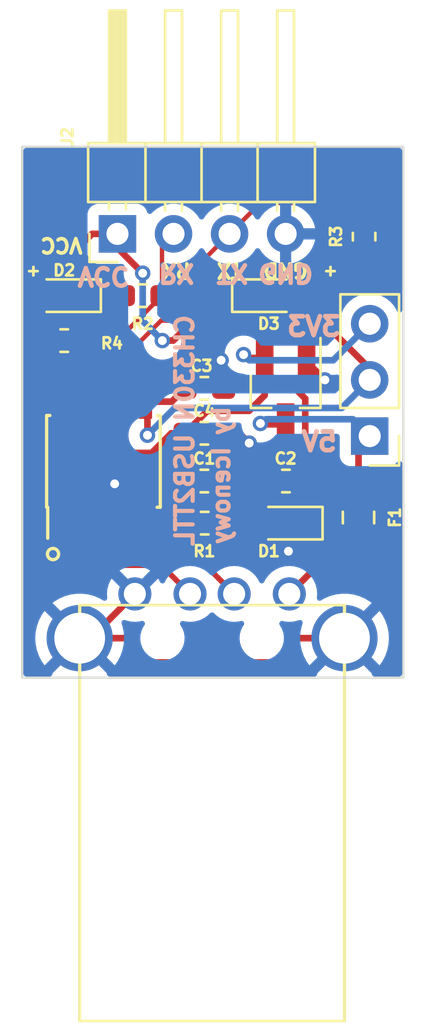
<source format=kicad_pcb>
(kicad_pcb (version 20221018) (generator pcbnew)
  (layers (0 "F.Cu" signal) (31 "B.Cu" signal) (34 "B.Paste" user) (35 "F.Paste" user) (36 "B.SilkS" user "B.Silkscreen") (37 "F.SilkS" user "F.Silkscreen") (38 "B.Mask" user) (39 "F.Mask" user) (44 "Edge.Cuts" user))
  (net 0 "")
  (net 1 "VBUS")
  (net 2 "GND")
  (net 3 "+3V3")
  (net 4 "VCC")
  (net 5 "/D+")
  (net 6 "/D-")
  (net 7 "Net-(D1-Pad2)")
  (net 8 "Net-(U1-Pad4)")
  (net 9 "Net-(D2-Pad1)")
  (net 10 "Net-(D3-Pad1)")
  (net 11 "Net-(F1-Pad2)")
  (net 12 "/RX")
  (net 13 "/TX")
  (footprint "Resistor_SMD:R_0805_2012Metric_Pad1.15x1.40mm_HandSolder" (layer "F.Cu") (at 152.654 92.71 -90)
    (fp_text reference "F1" (at 0 -1.65 270) (layer "F.SilkS") (effects (font (size 0.5 0.5) (thickness 0.125))))
    (fp_text value ">5.2V 100mA")
    (fp_line (start -0.261252 -0.71) (end 0.261252 -0.71) (stroke (width 0.12)) (layer "F.SilkS"))
    (fp_line (start -0.261252 0.71) (end 0.261252 0.71) (stroke (width 0.12)) (layer "F.SilkS"))
    (pad "1" smd roundrect (at -1.025 0 270) (size 1.15 1.4) (layers "F.Cu" "F.Paste" "F.Mask") (roundrect_rratio 0.217391) (net 1 "VBUS"))
    (pad "2" smd roundrect (at 1.025 0 270) (size 1.15 1.4) (layers "F.Cu" "F.Paste" "F.Mask") (roundrect_rratio 0.217391) (net 11 "Net-(F1-Pad2)"))
  )
  (footprint "Resistor_SMD:R_0603_1608Metric_Pad1.05x0.95mm_HandSolder" (layer "F.Cu") (at 139.319 84.709)
    (fp_text reference "R4" (at 2.159 0.127) (layer "F.SilkS") (effects (font (size 0.5 0.5) (thickness 0.125))))
    (fp_text value "4.7kR")
    (fp_line (start -0.171267 -0.51) (end 0.171267 -0.51) (stroke (width 0.12)) (layer "F.SilkS"))
    (fp_line (start -0.171267 0.51) (end 0.171267 0.51) (stroke (width 0.12)) (layer "F.SilkS"))
    (pad "1" smd roundrect (at -0.875 0) (size 1.05 0.95) (layers "F.Cu" "F.Paste" "F.Mask") (net 4 "VCC"))
    (pad "2" smd roundrect (at 0.875 0) (size 1.05 0.95) (layers "F.Cu" "F.Paste" "F.Mask") (net 12 "/RX"))
  )
  (footprint "Resistor_SMD:R_0603_1608Metric_Pad1.05x0.95mm_HandSolder" (layer "F.Cu") (at 152.908 80.01 90)
    (fp_text reference "R3" (at 0 -1.27 90) (layer "F.SilkS") (effects (font (size 0.5 0.5) (thickness 0.125))))
    (fp_text value "1.5kR")
    (fp_line (start -0.171267 -0.51) (end 0.171267 -0.51) (stroke (width 0.12)) (layer "F.SilkS"))
    (fp_line (start -0.171267 0.51) (end 0.171267 0.51) (stroke (width 0.12)) (layer "F.SilkS"))
    (pad "1" smd roundrect (at -0.875 0 90) (size 1.05 0.95) (layers "F.Cu" "F.Paste" "F.Mask") (net 10 "Net-(D3-Pad1)"))
    (pad "2" smd roundrect (at 0.875 0 90) (size 1.05 0.95) (layers "F.Cu" "F.Paste" "F.Mask") (net 13 "/TX"))
  )
  (footprint "Resistor_SMD:R_0603_1608Metric_Pad1.05x0.95mm_HandSolder" (layer "F.Cu") (at 142.875 82.677 180)
    (fp_text reference "R2" (at 0 -1.27 180) (layer "F.SilkS") (effects (font (size 0.5 0.5) (thickness 0.125))))
    (fp_text value "1.5kR")
    (fp_line (start -0.171267 -0.51) (end 0.171267 -0.51) (stroke (width 0.12)) (layer "F.SilkS"))
    (fp_line (start -0.171267 0.51) (end 0.171267 0.51) (stroke (width 0.12)) (layer "F.SilkS"))
    (pad "1" smd roundrect (at -0.875 0 180) (size 1.05 0.95) (layers "F.Cu" "F.Paste" "F.Mask") (net 12 "/RX"))
    (pad "2" smd roundrect (at 0.875 0 180) (size 1.05 0.95) (layers "F.Cu" "F.Paste" "F.Mask") (net 9 "Net-(D2-Pad1)"))
  )
  (footprint "Resistor_SMD:R_0603_1608Metric_Pad1.05x0.95mm_HandSolder" (layer "F.Cu") (at 145.683 92.964 180)
    (fp_text reference "R1" (at 0.014 -1.27 180) (layer "F.SilkS") (effects (font (size 0.5 0.5) (thickness 0.125))))
    (fp_text value "1.5kR")
    (fp_line (start -0.171267 -0.51) (end 0.171267 -0.51) (stroke (width 0.12)) (layer "F.SilkS"))
    (fp_line (start -0.171267 0.51) (end 0.171267 0.51) (stroke (width 0.12)) (layer "F.SilkS"))
    (pad "1" smd roundrect (at -0.875 0 180) (size 1.05 0.95) (layers "F.Cu" "F.Paste" "F.Mask") (net 7 "Net-(D1-Pad2)"))
    (pad "2" smd roundrect (at 0.875 0 180) (size 1.05 0.95) (layers "F.Cu" "F.Paste" "F.Mask") (net 3 "+3V3"))
  )
  (footprint "Package_TO_SOT_SMD:SOT-23_Handsoldering" (layer "F.Cu") (at 149.352 86.995 -90)
    (fp_text reference "U2" hide)
    (fp_text value "XC6206P33")
    (fp_line (start 0.76 -1.58) (end -2.4 -1.58) (stroke (width 0.12)) (layer "F.SilkS"))
    (fp_line (start 0.76 -1.58) (end 0.76 -0.65) (stroke (width 0.12)) (layer "F.SilkS"))
    (fp_line (start 0.76 1.58) (end -0.7 1.58) (stroke (width 0.12)) (layer "F.SilkS"))
    (fp_line (start 0.76 1.58) (end 0.76 0.65) (stroke (width 0.12)) (layer "F.SilkS"))
    (pad "1" smd rect (at -1.5 -0.95 270) (size 1.9 0.8) (layers "F.Cu" "F.Paste" "F.Mask") (net 2 "GND"))
    (pad "2" smd rect (at -1.5 0.95 270) (size 1.9 0.8) (layers "F.Cu" "F.Paste" "F.Mask") (net 3 "+3V3"))
    (pad "3" smd rect (at 1.5 0 270) (size 1.9 0.8) (layers "F.Cu" "F.Paste" "F.Mask") (net 1 "VBUS"))
  )
  (footprint "Package_SO:SOIC-8_3.9x4.9mm_P1.27mm" (layer "F.Cu") (at 141.097 90.17 90)
    (fp_text reference "U1" hide)
    (fp_text value "CH330N")
    (fp_line (start -2.075 -2.575) (end -2.075 -2.525) (stroke (width 0.15)) (layer "F.SilkS"))
    (fp_line (start -2.075 -2.575) (end 2.075 -2.575) (stroke (width 0.15)) (layer "F.SilkS"))
    (fp_line (start -2.075 -2.525) (end -3.475 -2.525) (stroke (width 0.15)) (layer "F.SilkS"))
    (fp_line (start -2.075 2.575) (end -2.075 2.43) (stroke (width 0.15)) (layer "F.SilkS"))
    (fp_line (start -2.075 2.575) (end 2.075 2.575) (stroke (width 0.15)) (layer "F.SilkS"))
    (fp_line (start 2.075 -2.575) (end 2.075 -2.43) (stroke (width 0.15)) (layer "F.SilkS"))
    (fp_line (start 2.075 2.575) (end 2.075 2.43) (stroke (width 0.15)) (layer "F.SilkS"))
    (pad "1" smd rect (at -2.7 -1.905 90) (size 1.55 0.6) (layers "F.Cu" "F.Paste" "F.Mask") (net 5 "/D+"))
    (pad "2" smd rect (at -2.7 -0.635 90) (size 1.55 0.6) (layers "F.Cu" "F.Paste" "F.Mask") (net 6 "/D-"))
    (pad "3" smd rect (at -2.7 0.635 90) (size 1.55 0.6) (layers "F.Cu" "F.Paste" "F.Mask") (net 2 "GND"))
    (pad "4" smd rect (at -2.7 1.905 90) (size 1.55 0.6) (layers "F.Cu" "F.Paste" "F.Mask") (net 8 "Net-(U1-Pad4)"))
    (pad "5" smd rect (at 2.7 1.905 90) (size 1.55 0.6) (layers "F.Cu" "F.Paste" "F.Mask") (net 4 "VCC"))
    (pad "6" smd rect (at 2.7 0.635 90) (size 1.55 0.6) (layers "F.Cu" "F.Paste" "F.Mask") (net 13 "/TX"))
    (pad "7" smd rect (at 2.7 -0.635 90) (size 1.55 0.6) (layers "F.Cu" "F.Paste" "F.Mask") (net 12 "/RX"))
    (pad "8" smd rect (at 2.7 -1.905 90) (size 1.55 0.6) (layers "F.Cu" "F.Paste" "F.Mask") (net 3 "+3V3"))
  )
  (footprint "LED_SMD:LED_0603_1608Metric_Pad1.05x0.95mm_HandSolder" (layer "F.Cu") (at 139.319 82.677 180)
    (fp_text reference "D2" (at 0 1.143 180) (layer "F.SilkS") (effects (font (size 0.5 0.5) (thickness 0.125))))
    (fp_text value "YELLOW")
    (fp_line (start -1.66 -0.735) (end -1.66 0.735) (stroke (width 0.12)) (layer "F.SilkS"))
    (fp_line (start -1.66 0.735) (end 0.8 0.735) (stroke (width 0.12)) (layer "F.SilkS"))
    (fp_line (start 0.8 -0.735) (end -1.66 -0.735) (stroke (width 0.12)) (layer "F.SilkS"))
    (pad "1" smd roundrect (at -0.875 0 180) (size 1.05 0.95) (layers "F.Cu" "F.Paste" "F.Mask") (net 9 "Net-(D2-Pad1)"))
    (pad "2" smd roundrect (at 0.875 0 180) (size 1.05 0.95) (layers "F.Cu" "F.Paste" "F.Mask") (net 4 "VCC"))
  )
  (footprint "LED_SMD:LED_0603_1608Metric_Pad1.05x0.95mm_HandSolder" (layer "F.Cu") (at 149.366 92.964 180)
    (fp_text reference "D1" (at 0.776 -1.27 180) (layer "F.SilkS") (effects (font (size 0.5 0.5) (thickness 0.125))))
    (fp_text value "RED")
    (fp_line (start -1.66 -0.735) (end -1.66 0.735) (stroke (width 0.12)) (layer "F.SilkS"))
    (fp_line (start -1.66 0.735) (end 0.8 0.735) (stroke (width 0.12)) (layer "F.SilkS"))
    (fp_line (start 0.8 -0.735) (end -1.66 -0.735) (stroke (width 0.12)) (layer "F.SilkS"))
    (pad "1" smd roundrect (at -0.875 0 180) (size 1.05 0.95) (layers "F.Cu" "F.Paste" "F.Mask") (net 2 "GND"))
    (pad "2" smd roundrect (at 0.875 0 180) (size 1.05 0.95) (layers "F.Cu" "F.Paste" "F.Mask") (net 7 "Net-(D1-Pad2)"))
  )
  (footprint "Icenowy_Connectors:USB_A_Plug" (layer "F.Cu") (at 142.519001 96.164001)
    (fp_text reference "J1" hide)
    (fp_text value "USB_A")
    (fp_line (start -2.5 0.508) (end -2.5 19.308) (stroke (width 0.15)) (layer "F.SilkS"))
    (fp_line (start -2.5 0.508) (end 9.5 0.508) (stroke (width 0.12)) (layer "F.SilkS"))
    (fp_line (start -2.5 19.308) (end 9.5 19.308) (stroke (width 0.12)) (layer "F.SilkS"))
    (fp_line (start 9.5 0.508) (end 9.5 19.308) (stroke (width 0.15)) (layer "F.SilkS"))
    (pad "" np_thru_hole circle (at 1.25 2 270) (size 1.5 1.5) (drill 1.5) (layers "*.Cu" "*.Mask"))
    (pad "" np_thru_hole circle (at 5.75 2 270) (size 1.5 1.5) (drill 1.5) (layers "*.Cu" "*.Mask"))
    (pad "1" thru_hole circle (at 7 0 270) (size 1.5 1.5) (drill 1) (layers "*.Cu" "*.Mask") (net 11 "Net-(F1-Pad2)"))
    (pad "2" thru_hole circle (at 4.5 0 270) (size 1.5 1.5) (drill 1) (layers "*.Cu" "*.Mask") (net 6 "/D-"))
    (pad "3" thru_hole circle (at 2.5 0 270) (size 1.5 1.5) (drill 1) (layers "*.Cu" "*.Mask") (net 5 "/D+"))
    (pad "4" thru_hole circle (at 0 0 270) (size 1.5 1.5) (drill 1) (layers "*.Cu" "*.Mask") (net 2 "GND"))
    (pad "5" thru_hole circle (at -2.5 2 270) (size 3 3) (drill 2.3) (layers "*.Cu" "*.Mask") (net 2 "GND"))
    (pad "5" thru_hole circle (at 9.5 2 270) (size 3 3) (drill 2.3) (layers "*.Cu" "*.Mask") (net 2 "GND"))
  )
  (footprint "Connector_PinHeader_2.54mm:PinHeader_1x04_P2.54mm_Horizontal" (layer "F.Cu") (at 141.732 79.883 90)
    (fp_text reference "J2" (at 4.385 -2.27 90) (layer "F.SilkS") (effects (font (size 0.5 0.5) (thickness 0.125))))
    (fp_text value "UART")
    (fp_line (start -1.27 -1.27) (end 0 -1.27) (stroke (width 0.12)) (layer "F.SilkS"))
    (fp_line (start -1.27 0) (end -1.27 -1.27) (stroke (width 0.12)) (layer "F.SilkS"))
    (fp_line (start 1.042929 2.16) (end 1.44 2.16) (stroke (width 0.12)) (layer "F.SilkS"))
    (fp_line (start 1.042929 2.92) (end 1.44 2.92) (stroke (width 0.12)) (layer "F.SilkS"))
    (fp_line (start 1.042929 4.7) (end 1.44 4.7) (stroke (width 0.12)) (layer "F.SilkS"))
    (fp_line (start 1.042929 5.46) (end 1.44 5.46) (stroke (width 0.12)) (layer "F.SilkS"))
    (fp_line (start 1.042929 7.24) (end 1.44 7.24) (stroke (width 0.12)) (layer "F.SilkS"))
    (fp_line (start 1.042929 8) (end 1.44 8) (stroke (width 0.12)) (layer "F.SilkS"))
    (fp_line (start 1.11 -0.38) (end 1.44 -0.38) (stroke (width 0.12)) (layer "F.SilkS"))
    (fp_line (start 1.11 0.38) (end 1.44 0.38) (stroke (width 0.12)) (layer "F.SilkS"))
    (fp_line (start 1.44 -1.33) (end 1.44 8.95) (stroke (width 0.12)) (layer "F.SilkS"))
    (fp_line (start 1.44 1.27) (end 4.1 1.27) (stroke (width 0.12)) (layer "F.SilkS"))
    (fp_line (start 1.44 3.81) (end 4.1 3.81) (stroke (width 0.12)) (layer "F.SilkS"))
    (fp_line (start 1.44 6.35) (end 4.1 6.35) (stroke (width 0.12)) (layer "F.SilkS"))
    (fp_line (start 1.44 8.95) (end 4.1 8.95) (stroke (width 0.12)) (layer "F.SilkS"))
    (fp_line (start 4.1 -1.33) (end 1.44 -1.33) (stroke (width 0.12)) (layer "F.SilkS"))
    (fp_line (start 4.1 -0.38) (end 10.1 -0.38) (stroke (width 0.12)) (layer "F.SilkS"))
    (fp_line (start 4.1 -0.32) (end 10.1 -0.32) (stroke (width 0.12)) (layer "F.SilkS"))
    (fp_line (start 4.1 -0.2) (end 10.1 -0.2) (stroke (width 0.12)) (layer "F.SilkS"))
    (fp_line (start 4.1 -0.08) (end 10.1 -0.08) (stroke (width 0.12)) (layer "F.SilkS"))
    (fp_line (start 4.1 0.04) (end 10.1 0.04) (stroke (width 0.12)) (layer "F.SilkS"))
    (fp_line (start 4.1 0.16) (end 10.1 0.16) (stroke (width 0.12)) (layer "F.SilkS"))
    (fp_line (start 4.1 0.28) (end 10.1 0.28) (stroke (width 0.12)) (layer "F.SilkS"))
    (fp_line (start 4.1 2.16) (end 10.1 2.16) (stroke (width 0.12)) (layer "F.SilkS"))
    (fp_line (start 4.1 4.7) (end 10.1 4.7) (stroke (width 0.12)) (layer "F.SilkS"))
    (fp_line (start 4.1 7.24) (end 10.1 7.24) (stroke (width 0.12)) (layer "F.SilkS"))
    (fp_line (start 4.1 8.95) (end 4.1 -1.33) (stroke (width 0.12)) (layer "F.SilkS"))
    (fp_line (start 10.1 -0.38) (end 10.1 0.38) (stroke (width 0.12)) (layer "F.SilkS"))
    (fp_line (start 10.1 0.38) (end 4.1 0.38) (stroke (width 0.12)) (layer "F.SilkS"))
    (fp_line (start 10.1 2.16) (end 10.1 2.92) (stroke (width 0.12)) (layer "F.SilkS"))
    (fp_line (start 10.1 2.92) (end 4.1 2.92) (stroke (width 0.12)) (layer "F.SilkS"))
    (fp_line (start 10.1 4.7) (end 10.1 5.46) (stroke (width 0.12)) (layer "F.SilkS"))
    (fp_line (start 10.1 5.46) (end 4.1 5.46) (stroke (width 0.12)) (layer "F.SilkS"))
    (fp_line (start 10.1 7.24) (end 10.1 8) (stroke (width 0.12)) (layer "F.SilkS"))
    (fp_line (start 10.1 8) (end 4.1 8) (stroke (width 0.12)) (layer "F.SilkS"))
    (pad "1" thru_hole rect (at 0 0 90) (size 1.7 1.7) (drill 1) (layers "*.Cu" "*.Mask") (net 4 "VCC"))
    (pad "2" thru_hole oval (at 0 2.54 90) (size 1.7 1.7) (drill 1) (layers "*.Cu" "*.Mask") (net 12 "/RX"))
    (pad "3" thru_hole oval (at 0 5.08 90) (size 1.7 1.7) (drill 1) (layers "*.Cu" "*.Mask") (net 13 "/TX"))
    (pad "4" thru_hole oval (at 0 7.62 90) (size 1.7 1.7) (drill 1) (layers "*.Cu" "*.Mask") (net 2 "GND"))
  )
  (footprint "Connector_PinHeader_2.54mm:PinHeader_1x03_P2.54mm_Vertical" (layer "F.Cu") (at 153.162 89.027 180)
    (fp_text reference "J3" hide)
    (fp_text value "VOL SEL")
    (fp_line (start -1.33 -1.33) (end 0 -1.33) (stroke (width 0.12)) (layer "F.SilkS"))
    (fp_line (start -1.33 0) (end -1.33 -1.33) (stroke (width 0.12)) (layer "F.SilkS"))
    (fp_line (start -1.33 1.27) (end -1.33 6.41) (stroke (width 0.12)) (layer "F.SilkS"))
    (fp_line (start -1.33 1.27) (end 1.33 1.27) (stroke (width 0.12)) (layer "F.SilkS"))
    (fp_line (start -1.33 6.41) (end 1.33 6.41) (stroke (width 0.12)) (layer "F.SilkS"))
    (fp_line (start 1.33 1.27) (end 1.33 6.41) (stroke (width 0.12)) (layer "F.SilkS"))
    (pad "1" thru_hole rect (at 0 0 180) (size 1.7 1.7) (drill 1) (layers "*.Cu" "*.Mask") (net 1 "VBUS"))
    (pad "2" thru_hole oval (at 0 2.54 180) (size 1.7 1.7) (drill 1) (layers "*.Cu" "*.Mask") (net 4 "VCC"))
    (pad "3" thru_hole oval (at 0 5.08 180) (size 1.7 1.7) (drill 1) (layers "*.Cu" "*.Mask") (net 3 "+3V3"))
  )
  (footprint "Capacitor_SMD:C_0603_1608Metric_Pad1.05x0.95mm_HandSolder" (layer "F.Cu") (at 145.669 91.059)
    (fp_text reference "C1" (at 0 -1.016) (layer "F.SilkS") (effects (font (size 0.5 0.5) (thickness 0.125))))
    (fp_text value "1uF")
    (fp_line (start -0.171267 -0.51) (end 0.171267 -0.51) (stroke (width 0.12)) (layer "F.SilkS"))
    (fp_line (start -0.171267 0.51) (end 0.171267 0.51) (stroke (width 0.12)) (layer "F.SilkS"))
    (pad "1" smd roundrect (at -0.875 0) (size 1.05 0.95) (layers "F.Cu" "F.Paste" "F.Mask") (net 1 "VBUS"))
    (pad "2" smd roundrect (at 0.875 0) (size 1.05 0.95) (layers "F.Cu" "F.Paste" "F.Mask") (net 2 "GND"))
  )
  (footprint "Capacitor_SMD:C_0603_1608Metric_Pad1.05x0.95mm_HandSolder" (layer "F.Cu") (at 145.669 88.9 180)
    (fp_text reference "C4" (at 0 1.016 180) (layer "F.SilkS") (effects (font (size 0.5 0.5) (thickness 0.125))))
    (fp_text value "0.1uF")
    (fp_line (start -0.171267 -0.51) (end 0.171267 -0.51) (stroke (width 0.12)) (layer "F.SilkS"))
    (fp_line (start -0.171267 0.51) (end 0.171267 0.51) (stroke (width 0.12)) (layer "F.SilkS"))
    (pad "1" smd roundrect (at -0.875 0 180) (size 1.05 0.95) (layers "F.Cu" "F.Paste" "F.Mask") (net 2 "GND"))
    (pad "2" smd roundrect (at 0.875 0 180) (size 1.05 0.95) (layers "F.Cu" "F.Paste" "F.Mask") (net 3 "+3V3"))
  )
  (footprint "Capacitor_SMD:C_0603_1608Metric_Pad1.05x0.95mm_HandSolder" (layer "F.Cu") (at 149.366 91.059 180)
    (fp_text reference "C2" (at 0.014 1.016 180) (layer "F.SilkS") (effects (font (size 0.5 0.5) (thickness 0.125))))
    (fp_text value "1uF")
    (fp_line (start -0.171267 -0.51) (end 0.171267 -0.51) (stroke (width 0.12)) (layer "F.SilkS"))
    (fp_line (start -0.171267 0.51) (end 0.171267 0.51) (stroke (width 0.12)) (layer "F.SilkS"))
    (pad "1" smd roundrect (at -0.875 0 180) (size 1.05 0.95) (layers "F.Cu" "F.Paste" "F.Mask") (net 3 "+3V3"))
    (pad "2" smd roundrect (at 0.875 0 180) (size 1.05 0.95) (layers "F.Cu" "F.Paste" "F.Mask") (net 2 "GND"))
  )
  (footprint "Capacitor_SMD:C_0603_1608Metric_Pad1.05x0.95mm_HandSolder" (layer "F.Cu") (at 145.669 86.868)
    (fp_text reference "C3" (at -0.127 -1.016) (layer "F.SilkS") (effects (font (size 0.5 0.5) (thickness 0.125))))
    (fp_text value "0.1uF")
    (fp_line (start -0.171267 -0.51) (end 0.171267 -0.51) (stroke (width 0.12)) (layer "F.SilkS"))
    (fp_line (start -0.171267 0.51) (end 0.171267 0.51) (stroke (width 0.12)) (layer "F.SilkS"))
    (pad "1" smd roundrect (at -0.875 0) (size 1.05 0.95) (layers "F.Cu" "F.Paste" "F.Mask") (net 4 "VCC"))
    (pad "2" smd roundrect (at 0.875 0) (size 1.05 0.95) (layers "F.Cu" "F.Paste" "F.Mask") (net 2 "GND"))
  )
  (footprint "LED_SMD:LED_0603_1608Metric_Pad1.05x0.95mm_HandSolder" (layer "F.Cu") (at 148.59 82.677)
    (fp_text reference "D3" (at 0 1.27) (layer "F.SilkS") (effects (font (size 0.5 0.5) (thickness 0.125))))
    (fp_text value "YELLOW")
    (fp_line (start -1.66 -0.735) (end -1.66 0.735) (stroke (width 0.12)) (layer "F.SilkS"))
    (fp_line (start -1.66 0.735) (end 0.8 0.735) (stroke (width 0.12)) (layer "F.SilkS"))
    (fp_line (start 0.8 -0.735) (end -1.66 -0.735) (stroke (width 0.12)) (layer "F.SilkS"))
    (pad "1" smd roundrect (at -0.875 0) (size 1.05 0.95) (layers "F.Cu" "F.Paste" "F.Mask") (net 10 "Net-(D3-Pad1)"))
    (pad "2" smd roundrect (at 0.875 0) (size 1.05 0.95) (layers "F.Cu" "F.Paste" "F.Mask") (net 4 "VCC"))
  )
  (gr_circle (center 138.811 94.361) (end 139.065 94.361) (stroke (width 0.15)) (fill none) (layer "F.SilkS"))
  (gr_line (start 137.414 75.946) (end 154.686 75.946) (stroke (width 0.1)) (layer "Edge.Cuts"))
  (gr_line (start 154.686 75.946) (end 154.686 99.949) (stroke (width 0.1)) (layer "Edge.Cuts"))
  (gr_line (start 137.414 99.949) (end 137.414 75.946) (stroke (width 0.1)) (layer "Edge.Cuts"))
  (gr_line (start 154.686 99.949) (end 137.414 99.949) (stroke (width 0.1)) (layer "Edge.Cuts"))
  (gr_text "by Icenowy" (at 146.431 90.805 90) (layer "B.SilkS") (effects (font (size 0.75 0.75) (thickness 0.1875)) (justify mirror)))
  (gr_text "5V" (at 150.876 89.281) (layer "B.SilkS") (effects (font (size 0.85 0.85) (thickness 0.2125)) (justify mirror)))
  (gr_text "VCC" (at 141.097 81.788 180) (layer "B.SilkS") (effects (font (size 0.8 0.8) (thickness 0.2)) (justify mirror)))
  (gr_text "RX" (at 144.399 81.661 180) (layer "B.SilkS") (effects (font (size 0.8 0.8) (thickness 0.2)) (justify mirror)))
  (gr_text "GND" (at 149.352 81.661 180) (layer "B.SilkS") (effects (font (size 0.8 0.8) (thickness 0.2)) (justify mirror)))
  (gr_text "TX" (at 146.939 81.661 180) (layer "B.SilkS") (effects (font (size 0.8 0.8) (thickness 0.2)) (justify mirror)))
  (gr_text "3V3" (at 150.622 84.074) (layer "B.SilkS") (effects (font (size 0.85 0.85) (thickness 0.2125)) (justify mirror)))
  (gr_text "CH330N USB2TTL" (at 144.78 88.773 90) (layer "B.SilkS") (effects (font (size 0.8 0.8) (thickness 0.1875)) (justify mirror)))
  (gr_text "+" (at 151.384 81.534) (layer "F.SilkS") (effects (font (size 0.5 0.5) (thickness 0.125))))
  (gr_text "VCC" (at 139.192 80.391 180) (layer "F.SilkS") (effects (font (size 0.65 0.65) (thickness 0.1625))))
  (gr_text "GND" (at 149.352 81.534 180) (layer "F.SilkS") (effects (font (size 0.65 0.65) (thickness 0.1625))))
  (gr_text "+" (at 137.922 81.534) (layer "F.SilkS") (effects (font (size 0.5 0.5) (thickness 0.125))))
  (gr_text "TX" (at 146.812 81.534 180) (layer "F.SilkS") (effects (font (size 0.65 0.65) (thickness 0.1625))))
  (gr_text "RX" (at 144.399 81.534 180) (layer "F.SilkS") (effects (font (size 0.65 0.65) (thickness 0.1625))))
  (segment (start 149.352 89.045) (end 149.352 88.495) (width 0.3) (layer "F.Cu") (net 1))
  (segment (start 148.24699 88.495) (end 148.209 88.45701) (width 0.3) (layer "F.Cu") (net 1))
  (segment (start 149.352 88.495) (end 148.24699 88.495) (width 0.3) (layer "F.Cu") (net 1))
  (segment (start 152.654 91.685) (end 152.654 89.535) (width 0.3) (layer "F.Cu") (net 1))
  (segment (start 148.354 90.043) (end 149.352 89.045) (width 0.3) (layer "F.Cu") (net 1))
  (segment (start 152.654 89.535) (end 153.162 89.027) (width 0.3) (layer "F.Cu") (net 1))
  (segment (start 145.81 90.043) (end 148.354 90.043) (width 0.3) (layer "F.Cu") (net 1))
  (segment (start 144.794 91.059) (end 145.81 90.043) (width 0.3) (layer "F.Cu") (net 1))
  (via (at 148.209 88.45701) (size 0.7) (drill 0.4) (layers "F.Cu" "B.Cu") (net 1))
  (segment (start 152.4 88.265) (end 148.463 88.265) (width 0.3) (layer "B.Cu") (net 1))
  (segment (start 148.463 88.265) (end 148.239995 88.488005) (width 0.3) (layer "B.Cu") (net 1))
  (segment (start 148.239995 88.488005) (end 148.209 88.45701) (width 0.3) (layer "B.Cu") (net 1))
  (segment (start 153.162 89.027) (end 152.4 88.265) (width 0.3) (layer "B.Cu") (net 1))
  (segment (start 150.241 93.472) (end 149.479 94.234) (width 0.3) (layer "F.Cu") (net 2))
  (segment (start 141.732 91.313) (end 141.605 91.186) (width 0.3) (layer "F.Cu") (net 2))
  (segment (start 142.519001 96.164001) (end 140.519001 98.164001) (width 0.3) (layer "F.Cu") (net 2))
  (segment (start 146.544 86.868) (end 146.544 85.711) (width 0.3) (layer "F.Cu") (net 2))
  (segment (start 142.140321 98.164001) (end 143.240322 99.264002) (width 0.3) (layer "F.Cu") (net 2))
  (segment (start 150.241 92.964) (end 150.241 92.809) (width 0.3) (layer "F.Cu") (net 2))
  (segment (start 146.544 85.711) (end 146.431 85.598) (width 0.3) (layer "F.Cu") (net 2))
  (segment (start 143.240322 99.264002) (end 148.79768 99.264002) (width 0.3) (layer "F.Cu") (net 2))
  (segment (start 148.79768 99.264002) (end 149.897681 98.164001) (width 0.3) (layer "F.Cu") (net 2))
  (segment (start 150.241 92.964) (end 150.241 93.472) (width 0.3) (layer "F.Cu") (net 2))
  (segment (start 150.302 85.659) (end 151.13 86.487) (width 0.3) (layer "F.Cu") (net 2))
  (segment (start 150.241 92.809) (end 148.491 91.059) (width 0.3) (layer "F.Cu") (net 2))
  (segment (start 146.544 88.9) (end 147.25801 88.9) (width 0.3) (layer "F.Cu") (net 2))
  (segment (start 140.019001 98.164001) (end 142.140321 98.164001) (width 0.3) (layer "F.Cu") (net 2))
  (segment (start 147.25801 88.9) (end 147.701 89.34299) (width 0.3) (layer "F.Cu") (net 2))
  (segment (start 140.519001 98.164001) (end 140.019001 98.164001) (width 0.3) (layer "F.Cu") (net 2))
  (segment (start 150.302 85.495) (end 150.302 85.659) (width 0.3) (layer "F.Cu") (net 2))
  (segment (start 149.897681 98.164001) (end 152.019001 98.164001) (width 0.3) (layer "F.Cu") (net 2))
  (segment (start 146.544 91.059) (end 148.491 91.059) (width 0.3) (layer "F.Cu") (net 2))
  (segment (start 141.732 92.87) (end 141.732 91.313) (width 0.3) (layer "F.Cu") (net 2))
  (via (at 141.605 91.186) (size 0.7) (drill 0.4) (layers "F.Cu" "B.Cu") (net 2))
  (via (at 149.479 94.234) (size 0.7) (drill 0.4) (layers "F.Cu" "B.Cu") (net 2))
  (via (at 151.13 86.487) (size 0.7) (drill 0.4) (layers "F.Cu" "B.Cu") (net 2))
  (via (at 147.701 89.34299) (size 0.7) (drill 0.4) (layers "F.Cu" "B.Cu") (net 2))
  (via (at 146.431 85.598) (size 0.7) (drill 0.4) (layers "F.Cu" "B.Cu") (net 2))
  (segment (start 139.192 88.545) (end 140.436 89.789) (width 0.3) (layer "F.Cu") (net 3))
  (segment (start 143.637 91.793) (end 143.637 90.146) (width 0.3) (layer "F.Cu") (net 3))
  (segment (start 149.102 86.745) (end 148.402 86.045) (width 0.3) (layer "F.Cu") (net 3))
  (segment (start 148.402 87.183) (end 148.402 85.495) (width 0.3) (layer "F.Cu") (net 3))
  (segment (start 147.598 85.495) (end 147.447 85.344) (width 0.3) (layer "F.Cu") (net 3))
  (segment (start 147.701 87.884) (end 148.402 87.183) (width 0.3) (layer "F.Cu") (net 3))
  (segment (start 148.402 86.045) (end 148.402 85.495) (width 0.3) (layer "F.Cu") (net 3))
  (segment (start 150.241 91.059) (end 150.241 87.334) (width 0.3) (layer "F.Cu") (net 3))
  (segment (start 150.241 87.334) (end 149.652 86.745) (width 0.3) (layer "F.Cu") (net 3))
  (segment (start 144.808 92.964) (end 143.637 91.793) (width 0.3) (layer "F.Cu") (net 3))
  (segment (start 143.28 89.789) (end 144.169 88.9) (width 0.3) (layer "F.Cu") (net 3))
  (segment (start 143.637 90.146) (end 143.28 89.789) (width 0.3) (layer "F.Cu") (net 3))
  (segment (start 139.192 87.47) (end 139.192 88.545) (width 0.3) (layer "F.Cu") (net 3))
  (segment (start 145.81 87.884) (end 147.701 87.884) (width 0.3) (layer "F.Cu") (net 3))
  (segment (start 140.436 89.789) (end 143.28 89.789) (width 0.3) (layer "F.Cu") (net 3))
  (segment (start 144.794 88.9) (end 145.81 87.884) (width 0.3) (layer "F.Cu") (net 3))
  (segment (start 149.652 86.745) (end 149.102 86.745) (width 0.3) (layer "F.Cu") (net 3))
  (segment (start 144.169 88.9) (end 144.794 88.9) (width 0.3) (layer "F.Cu") (net 3))
  (segment (start 148.402 85.495) (end 147.598 85.495) (width 0.3) (layer "F.Cu") (net 3))
  (via (at 147.447 85.344) (size 0.7) (drill 0.4) (layers "F.Cu" "B.Cu") (net 3))
  (segment (start 151.511 85.598) (end 153.162 83.947) (width 0.3) (layer "B.Cu") (net 3))
  (segment (start 147.447 85.344) (end 147.701 85.598) (width 0.3) (layer "B.Cu") (net 3))
  (segment (start 147.701 85.598) (end 151.511 85.598) (width 0.3) (layer "B.Cu") (net 3))
  (segment (start 144.192 87.47) (end 144.794 86.868) (width 0.3) (layer "F.Cu") (net 4))
  (segment (start 150.862 83.679) (end 153.162 85.979) (width 0.3) (layer "F.Cu") (net 4))
  (segment (start 143.002 87.47) (end 144.192 87.47) (width 0.3) (layer "F.Cu") (net 4))
  (segment (start 149.465 84.074) (end 144.893974 84.074) (width 0.3) (layer "F.Cu") (net 4))
  (segment (start 144.258973 84.709001) (end 143.763999 84.709001) (width 0.3) (layer "F.Cu") (net 4))
  (segment (start 150.862 83.679) (end 150.467 83.679) (width 0.3) (layer "F.Cu") (net 4))
  (segment (start 141.732 79.883) (end 141.732 80.518) (width 0.3) (layer "F.Cu") (net 4))
  (segment (start 153.162 85.979) (end 153.162 86.487) (width 0.3) (layer "F.Cu") (net 4))
  (segment (start 138.943072 81.521928) (end 140.582 79.883) (width 0.3) (layer "F.Cu") (net 4))
  (segment (start 138.943072 82.177928) (end 138.943072 81.521928) (width 0.3) (layer "F.Cu") (net 4))
  (segment (start 138.444 82.677) (end 138.444 84.709) (width 0.3) (layer "F.Cu") (net 4))
  (segment (start 138.444 82.677) (end 138.943072 82.177928) (width 0.3) (layer "F.Cu") (net 4))
  (segment (start 144.893974 84.074) (end 144.258973 84.709001) (width 0.3) (layer "F.Cu") (net 4))
  (segment (start 149.465 82.96041) (end 149.606705 82.818705) (width 0.3) (layer "F.Cu") (net 4))
  (segment (start 143.090525 87.558525) (end 143.002 87.47) (width 0.3) (layer "F.Cu") (net 4))
  (segment (start 140.582 79.883) (end 141.732 79.883) (width 0.3) (layer "F.Cu") (net 4))
  (segment (start 143.090525 88.988525) (end 143.090525 87.558525) (width 0.3) (layer "F.Cu") (net 4))
  (segment (start 141.732 80.518) (end 142.875 81.661) (width 0.3) (layer "F.Cu") (net 4))
  (segment (start 150.467 83.679) (end 149.606705 82.818705) (width 0.3) (layer "F.Cu") (net 4))
  (segment (start 149.465 84.074) (end 149.465 82.96041) (width 0.3) (layer "F.Cu") (net 4))
  (via (at 143.090525 88.988525) (size 0.7) (drill 0.4) (layers "F.Cu" "B.Cu") (net 4))
  (via (at 143.763999 84.709001) (size 0.7) (drill 0.4) (layers "F.Cu" "B.Cu") (net 4))
  (via (at 142.875 81.661) (size 0.7) (drill 0.4) (layers "F.Cu" "B.Cu") (net 4))
  (segment (start 142.875 83.820002) (end 143.763999 84.709001) (width 0.3) (layer "B.Cu") (net 4))
  (segment (start 144.32205 87.757) (end 143.090525 88.988525) (width 0.3) (layer "B.Cu") (net 4))
  (segment (start 153.162 86.487) (end 151.892 87.757) (width 0.3) (layer "B.Cu") (net 4))
  (segment (start 151.892 87.757) (end 144.32205 87.757) (width 0.3) (layer "B.Cu") (net 4))
  (segment (start 142.875 81.661) (end 142.875 83.820002) (width 0.3) (layer "B.Cu") (net 4))
  (segment (start 140.710998 94.869) (end 143.724 94.869) (width 0.25) (layer "F.Cu") (net 5))
  (segment (start 143.724 94.869) (end 145.019001 96.164001) (width 0.25) (layer "F.Cu") (net 5))
  (segment (start 139.192 92.87) (end 139.192 93.350002) (width 0.25) (layer "F.Cu") (net 5))
  (segment (start 139.192 93.350002) (end 140.710998 94.869) (width 0.25) (layer "F.Cu") (net 5))
  (segment (start 141.478 94.361) (end 145.216 94.361) (width 0.25) (layer "F.Cu") (net 6))
  (segment (start 145.216 94.361) (end 147.019001 96.164001) (width 0.25) (layer "F.Cu") (net 6))
  (segment (start 140.462 92.87) (end 140.462 93.345) (width 0.25) (layer "F.Cu") (net 6))
  (segment (start 140.462 93.345) (end 141.478 94.361) (width 0.25) (layer "F.Cu") (net 6))
  (segment (start 146.558 92.964) (end 148.491 92.964) (width 0.2) (layer "F.Cu") (net 7))
  (segment (start 140.194 82.677) (end 142 82.677) (width 0.2) (layer "F.Cu") (net 9))
  (segment (start 148.858 81.534) (end 151.684 81.534) (width 0.2) (layer "F.Cu") (net 10))
  (segment (start 152.333 80.885) (end 152.908 80.885) (width 0.2) (layer "F.Cu") (net 10))
  (segment (start 147.715 82.677) (end 148.858 81.534) (width 0.2) (layer "F.Cu") (net 10))
  (segment (start 151.684 81.534) (end 152.333 80.885) (width 0.2) (layer "F.Cu") (net 10))
  (segment (start 151.948002 93.735) (end 152.654 93.735) (width 0.3) (layer "F.Cu") (net 11))
  (segment (start 149.519001 96.164001) (end 151.948002 93.735) (width 0.3) (layer "F.Cu") (net 11))
  (segment (start 141.718 84.709) (end 143.75 82.677) (width 0.2) (layer "F.Cu") (net 12))
  (segment (start 140.194 84.709) (end 141.718 84.709) (width 0.2) (layer "F.Cu") (net 12))
  (segment (start 143.75 80.405) (end 144.272 79.883) (width 0.2) (layer "F.Cu") (net 12))
  (segment (start 140.462 84.977) (end 140.194 84.709) (width 0.2) (layer "F.Cu") (net 12))
  (segment (start 143.75 82.677) (end 143.75 80.405) (width 0.2) (layer "F.Cu") (net 12))
  (segment (start 140.462 87.47) (end 140.462 84.977) (width 0.2) (layer "F.Cu") (net 12))
  (segment (start 148.209 78.486) (end 152.259 78.486) (width 0.2) (layer "F.Cu") (net 13))
  (segment (start 145.056928 81.638072) (end 145.962001 80.732999) (width 0.2) (layer "F.Cu") (net 13))
  (segment (start 145.556 82.677) (end 145.056928 82.177928) (width 0.2) (layer "F.Cu") (net 13))
  (segment (start 152.259 78.486) (end 152.908 79.135) (width 0.2) (layer "F.Cu") (net 13))
  (segment (start 145.962001 80.732999) (end 146.812 79.883) (width 0.2) (layer "F.Cu") (net 13))
  (segment (start 144.287001 83.804999) (end 144.915928 83.176072) (width 0.2) (layer "F.Cu") (net 13))
  (segment (start 141.732 85.778998) (end 143.705999 83.804999) (width 0.2) (layer "F.Cu") (net 13))
  (segment (start 143.705999 83.804999) (end 144.287001 83.804999) (width 0.2) (layer "F.Cu") (net 13))
  (segment (start 145.056928 82.177928) (end 145.056928 81.638072) (width 0.2) (layer "F.Cu") (net 13))
  (segment (start 146.812 79.883) (end 148.209 78.486) (width 0.2) (layer "F.Cu") (net 13))
  (segment (start 141.732 87.47) (end 141.732 85.778998) (width 0.2) (layer "F.Cu") (net 13))
  (segment (start 145.056928 83.176072) (end 145.556 82.677) (width 0.2) (layer "F.Cu") (net 13))
  (segment (start 144.915928 83.176072) (end 145.056928 83.176072) (width 0.2) (layer "F.Cu") (net 13))
  (zone (net 2) (net_name "GND") (layer "B.Cu") (connect_pads (clearance 0.508)) (min_thickness 0.254) (fill yes (thermal_gap 0.508) (thermal_bridge_width 0.508))
    (polygon (pts (xy 137.414 99.949) (xy 137.414 75.946) (xy 154.686 75.946) (xy 154.686 99.949) (xy 137.795 99.949)))
  )
)
</source>
